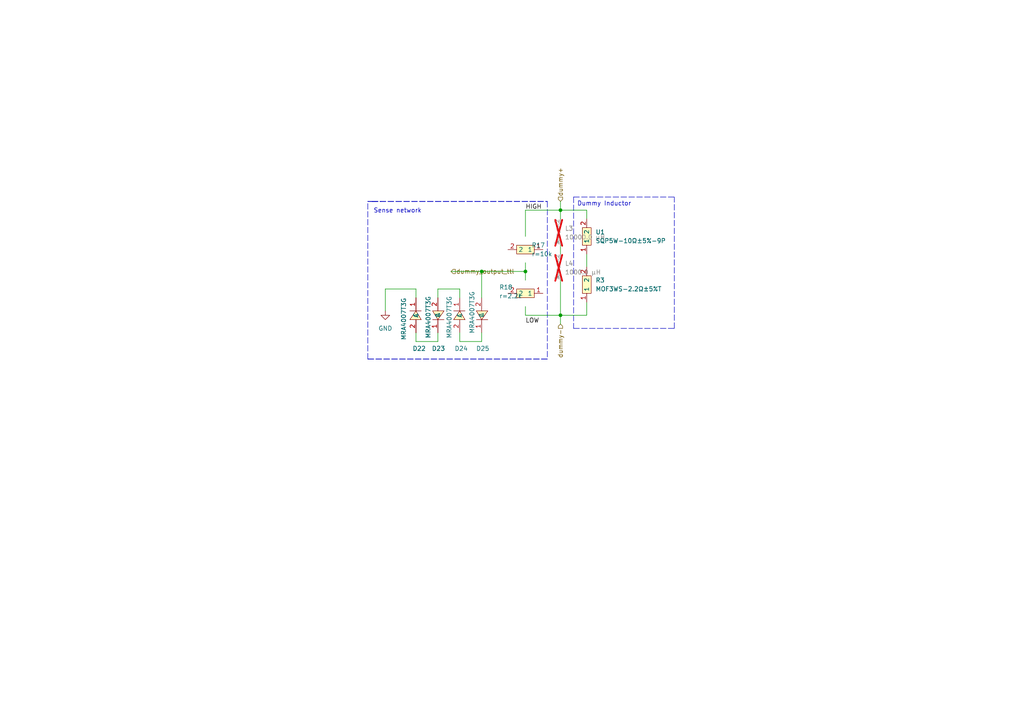
<source format=kicad_sch>
(kicad_sch (version 20250114) (generator "eeschema") (generator_version "9.0")
  (paper "A4")
  (lib_symbols
    (symbol "EasyEDA:CRCW060310K0FKEC"
      (property "Reference" "R" (at 0 5.08 0))
      (property "Value" "CRCW060310K0FKEC" (at 0 -5.08 0))
      (symbol "CRCW060310K0FKEC_0_1"
        (rectangle (start -2.54 1.27) (end 2.54 -1.27) (fill (type background)))
        (pin unspecified line (at -5.08 0 0) (length 2.54) (name "1") (number "1"))
        (pin unspecified line (at 5.08 0 180) (length 2.54) (name "2") (number "2"))
      )
    )
    (symbol "EasyEDA:MOF3WS-2.2Ω±5%T"
      (property "Reference" "R" (at 0 5.08 0))
      (property "Value" "MOF3WS-2.2Ω±5%T" (at 0 -5.08 0))
      (symbol "MOF3WS-2.2Ω±5%T_0_1"
        (rectangle (start -2.54 1.27) (end 2.54 -1.27) (fill (type background)))
        (pin unspecified line (at -5.08 0 0) (length 2.54) (name "1") (number "1"))
        (pin unspecified line (at 5.08 0 180) (length 2.54) (name "2") (number "2"))
      )
    )
    (symbol "EasyEDA:MRA4007T3G"
      (property "Reference" "D" (at 0 5.08 0))
      (property "Value" "MRA4007T3G" (at 0 -5.08 0))
      (symbol "MRA4007T3G_0_1"
        (polyline (pts (xy -1.27 -1.78) (xy -1.27 1.52)))
        (polyline (pts (xy 1.27 1.52) (xy -1.27 0) (xy 1.27 -1.78) (xy 1.27 1.52)) (fill (type background)))
        (pin unspecified line (at -5.08 0 0) (length 3.81) (name "C") (number "1"))
        (pin unspecified line (at 5.08 0 180) (length 3.81) (name "A") (number "2"))
      )
    )
    (symbol "EasyEDA:SQP5W-10Ω±5%-9P"
      (property "Reference" "U" (at 0 5.08 0))
      (property "Value" "SQP5W-10Ω±5%-9P" (at 0 -5.08 0))
      (symbol "SQP5W-10Ω±5%-9P_0_1"
        (rectangle (start -2.54 1.27) (end 2.54 -1.27) (fill (type background)))
        (pin unspecified line (at -5.08 0 0) (length 2.54) (name "1") (number "1"))
        (pin unspecified line (at 5.08 0 180) (length 2.54) (name "2") (number "2"))
      )
    )
    (symbol "Inductor_Wurth_WE-TI:1014_7447480102" (pin_names (hide yes))
      (property "Reference" "L" (at 0 5.08 0))
      (property "Critical Parameter" "1000.0 µH" (at 0 -7.62 0))
      (symbol "1014_7447480102_0_1"
        (polyline (pts (xy -2.54 1.016) (xy -0.508 1.016)))
        (arc (start -2.54 0) (mid -1.905 0.6323) (end -1.27 0))
        (arc (start -1.27 0) (mid -0.635 0.6323) (end 0 0))
        (arc (start 0 0) (mid 0.635 0.6323) (end 1.27 0))
        (arc (start 1.27 0) (mid 1.905 0.6323) (end 2.54 0))
      )
      (symbol "1014_7447480102_1_1"
        (circle (center -2.794 0.762) (radius 0.0001) (stroke (width 0.381)))
        (polyline (pts (xy 2.54 1.016) (xy 0.508 1.016)))
        (pin passive line (at -3.81 0 0) (length 1.27) (name "1") (number "1"))
        (pin passive line (at 3.81 0 180) (length 1.27) (name "2") (number "2"))
      )
    )
    (symbol "Inductor_Wurth_WE-TI:1016_7447221103" (pin_names (hide yes))
      (property "Reference" "L" (at 0 5.08 0))
      (property "Critical Parameter" "10000.0 µH" (at 0 -7.62 0))
      (symbol "1016_7447221103_0_1"
        (polyline (pts (xy -2.54 1.016) (xy -0.508 1.016)))
        (arc (start -2.54 0) (mid -1.905 0.6323) (end -1.27 0))
        (arc (start -1.27 0) (mid -0.635 0.6323) (end 0 0))
        (arc (start 0 0) (mid 0.635 0.6323) (end 1.27 0))
        (arc (start 1.27 0) (mid 1.905 0.6323) (end 2.54 0))
      )
      (symbol "1016_7447221103_1_1"
        (circle (center -2.794 0.762) (radius 0.0001) (stroke (width 0.381)))
        (polyline (pts (xy 2.54 1.016) (xy 0.508 1.016)))
        (pin passive line (at -3.81 0 0) (length 1.27) (name "1") (number "1"))
        (pin passive line (at 3.81 0 180) (length 1.27) (name "2") (number "2"))
      )
    )
    (symbol "power:GND" (power) (pin_numbers (hide yes)) (pin_names (offset 0) (hide yes))
      (property "Value" "GND" (at 0 -3.81 0))
      (symbol "GND_0_1"
        (polyline (pts (xy 0 0) (xy 0 -1.27) (xy 1.27 -1.27) (xy 0 -2.54) (xy -1.27 -1.27) (xy 0 -1.27)))
      )
      (symbol "GND_1_1"
        (pin power_in line (at 0 0 270) (length 0) (name "~") (number "1"))
      )
    )
  )
  (text "Dummy Inductor\n" (at 175.26 59.182 0) (effects (font (size 1.27 1.27))))
  (text "Sense network\n" (at 115.316 61.214 0) (effects (font (size 1.27 1.27))))
  (junction (at 162.56 91.44))
  (junction (at 139.7 78.74))
  (junction (at 152.4 78.74))
  (junction (at 162.56 60.96))
  (polyline (pts (xy 106.68 104.14) (xy 106.68 58.42)) (stroke (width 0) (type dash)))
  (wire (pts (xy 127 96.52) (xy 127 99.06)))
  (polyline (pts (xy 195.58 95.25) (xy 195.58 57.15)) (stroke (width 0) (type dash)))
  (wire (pts (xy 152.4 60.96) (xy 162.56 60.96)))
  (wire (pts (xy 162.56 91.44) (xy 162.56 93.98)))
  (wire (pts (xy 111.76 83.82) (xy 120.65 83.82)))
  (wire (pts (xy 162.56 71.12) (xy 162.56 73.66)))
  (wire (pts (xy 170.18 91.44) (xy 170.18 87.63)))
  (polyline (pts (xy 106.68 58.42) (xy 107.95 58.42)) (stroke (width 0) (type dash)))
  (wire (pts (xy 120.65 83.82) (xy 120.65 86.36)))
  (wire (pts (xy 152.4 76.2) (xy 152.4 78.74)))
  (wire (pts (xy 133.35 86.36) (xy 133.35 83.82)))
  (polyline (pts (xy 107.95 58.42) (xy 158.75 58.42)) (stroke (width 0) (type dash)))
  (wire (pts (xy 152.4 91.44) (xy 162.56 91.44)))
  (polyline (pts (xy 158.75 58.42) (xy 158.75 104.14)) (stroke (width 0) (type dash)))
  (wire (pts (xy 162.56 81.28) (xy 162.56 91.44)))
  (wire (pts (xy 170.18 73.66) (xy 170.18 77.47)))
  (polyline (pts (xy 107.95 58.42) (xy 110.49 58.42)) (stroke (width 0) (type dash)))
  (wire (pts (xy 139.7 78.74) (xy 139.7 86.36)))
  (wire (pts (xy 139.7 96.52) (xy 139.7 99.06)))
  (polyline (pts (xy 106.68 104.14) (xy 158.75 104.14)) (stroke (width 0) (type dash)))
  (wire (pts (xy 139.7 99.06) (xy 133.35 99.06)))
  (wire (pts (xy 120.65 96.52) (xy 120.65 99.06)))
  (polyline (pts (xy 166.37 57.15) (xy 195.58 57.15)) (stroke (width 0) (type dash)))
  (wire (pts (xy 162.56 58.42) (xy 162.56 60.96)))
  (wire (pts (xy 133.35 99.06) (xy 133.35 96.52)))
  (polyline (pts (xy 107.95 58.42) (xy 158.75 58.42)) (stroke (width 0) (type dash)))
  (wire (pts (xy 139.7 78.74) (xy 130.81 78.74)))
  (wire (pts (xy 133.35 83.82) (xy 127 83.82)))
  (wire (pts (xy 152.4 60.96) (xy 152.4 68.58)))
  (polyline (pts (xy 158.75 104.14) (xy 106.68 104.14)) (stroke (width 0) (type dash)))
  (wire (pts (xy 162.56 60.96) (xy 162.56 63.5)))
  (wire (pts (xy 127 83.82) (xy 127 86.36)))
  (wire (pts (xy 152.4 78.74) (xy 152.4 81.28)))
  (wire (pts (xy 162.56 91.44) (xy 170.18 91.44)))
  (polyline (pts (xy 106.68 58.42) (xy 107.95 58.42)) (stroke (width 0) (type dash)))
  (wire (pts (xy 111.76 90.17) (xy 111.76 83.82)))
  (wire (pts (xy 170.18 60.96) (xy 170.18 63.5)))
  (polyline (pts (xy 166.37 57.15) (xy 166.37 95.25)) (stroke (width 0) (type dash)))
  (polyline (pts (xy 166.37 95.25) (xy 195.58 95.25)) (stroke (width 0) (type dash)))
  (wire (pts (xy 127 99.06) (xy 120.65 99.06)))
  (wire (pts (xy 152.4 88.9) (xy 152.4 91.44)))
  (wire (pts (xy 139.7 78.74) (xy 152.4 78.74)))
  (wire (pts (xy 162.56 60.96) (xy 170.18 60.96)))
  (label "LOW" (at 152.4 93.98 0))
  (label "HIGH" (at 152.4 60.96 0))
  (hierarchical_label "dummy-" (shape input) (at 162.56 93.98 270))
  (hierarchical_label "dummy+" (shape input) (at 162.56 58.42 90))
  (hierarchical_label "dummy_output_ttl" (shape input) (at 130.81 78.74 0))
  (symbol (lib_id "Inductor_Wurth_WE-TI:1014_7447480102") (at 162.56 77.47 90) (unit 1) (exclude_from_sim yes) (in_bom no) (on_board no) (dnp yes)
    (property "Reference" "L4" (at 163.83 76.4222 90) (effects (justify right)))
    (property "Value" "1014_7447480102" (effects (hide yes)))
    (property "Footprint" "Inductor_THT_Wurth:L_Wurth_WE-TI-1014" (effects (hide yes)))
    (property "Datasheet" "https://www.we-online.com/catalog/datasheet/7447480102.pdf?ki" (effects (hide yes)))
    (property "Description" "Unshielded Radial Leaded Wire Wound Inductor" (effects (hide yes)))
    (property "Manufacturer" "Wurth Elektronik" (effects (hide yes)))
    (property "Manufacturer URL" "https://www.we-online.com" (effects (hide yes)))
    (property "Published Date" "20250214" (effects (hide yes)))
    (property "Match Code" "WE-TI" (effects (hide yes)))
    (property "Part Number" "7447480102" (effects (hide yes)))
    (property "Size" "1014" (effects (hide yes)))
    (property "Mounting Technology" "THT" (effects (hide yes)))
    (property "L (µH)" "1000.0" (effects (hide yes)))
    (property "IR (A)" "0.8" (effects (hide yes)))
    (property "ISAT (A)" "0.8" (effects (hide yes)))
    (property "RDC max. (Ω)" "1.15" (effects (hide yes)))
    (property "fres (MHz)" "1.1" (effects (hide yes)))
    (property "Version" "Standard" (effects (hide yes)))
    (property "Critical Parameter" "1000.0 µH" (at 163.83 78.9622 90) (effects (justify right)))
    (instances (project "injector_PH_driver" (path "" (reference "L4") (unit 1)) (path "" (reference "L8") (unit 1))))
  )
  (symbol (lib_id "Inductor_Wurth_WE-TI:1016_7447221103") (at 162.56 67.31 90) (unit 1) (exclude_from_sim yes) (in_bom no) (on_board no) (dnp yes)
    (property "Reference" "L3" (at 163.83 66.2622 90) (effects (justify right)))
    (property "Value" "1016_7447221103" (effects (hide yes)))
    (property "Footprint" "Inductor_THT_Wurth:L_Wurth_WE-TI-1016" (effects (hide yes)))
    (property "Datasheet" "https://www.we-online.com/catalog/datasheet/7447221103.pdf?ki" (effects (hide yes)))
    (property "Description" "Unshielded Radial Leaded Wire Wound Inductor" (effects (hide yes)))
    (property "Manufacturer" "Wurth Elektronik" (effects (hide yes)))
    (property "Manufacturer URL" "https://www.we-online.com" (effects (hide yes)))
    (property "Published Date" "20250214" (effects (hide yes)))
    (property "Match Code" "WE-TI" (effects (hide yes)))
    (property "Part Number" "7447221103" (effects (hide yes)))
    (property "Size" "1016" (effects (hide yes)))
    (property "Mounting Technology" "THT" (effects (hide yes)))
    (property "L (µH)" "10000.0" (effects (hide yes)))
    (property "IR (A)" "0.23" (effects (hide yes)))
    (property "ISAT (A)" "0.29" (effects (hide yes)))
    (property "RDC max. (Ω)" "9.7" (effects (hide yes)))
    (property "fres (MHz)" "0.26" (effects (hide yes)))
    (property "Version" "Heat Shrinking Tube" (effects (hide yes)))
    (property "Critical Parameter" "10000.0 µH" (at 163.83 68.8022 90) (effects (justify right)))
    (instances (project "injector_PH_driver" (path "" (reference "L3") (unit 1)) (path "" (reference "L7") (unit 1))))
  )
  (symbol (lib_id "EasyEDA:SQP5W-10Ω±5%-9P") (at 170.18 68.58 90) (unit 1)
    (property "Reference" "U1" (at 172.72 67.3099 90) (effects (justify right)))
    (property "Value" "SQP5W-10Ω±5%-9P" (at 172.72 69.8499 90) (effects (justify right)))
    (property "Footprint" "EasyEDA:RES-TH_L22.0-W10.0-P26.00-D1.0" (effects (hide yes)))
    (property "LCSC Part" "C5808012" (effects (hide yes)))
    (instances (project "injector_PH_driver" (path "" (reference "U1") (unit 1)) (path "" (reference "U2") (unit 1))))
  )
  (symbol (lib_id "EasyEDA:MOF3WS-2.2Ω±5%T") (at 170.18 82.55 90) (unit 1)
    (property "Reference" "R3" (at 172.72 81.2799 90) (effects (justify right)))
    (property "Value" "MOF3WS-2.2Ω±5%T" (at 172.72 83.8199 90) (effects (justify right)))
    (property "Footprint" "EasyEDA:RES-TH_BD6.0-L17.5-P21.50-D0.7" (effects (hide yes)))
    (property "LCSC Part" "C714427" (effects (hide yes)))
    (instances (project "injector_PH_driver" (path "" (reference "R3") (unit 1)) (path "" (reference "R4") (unit 1))))
  )
  (symbol (lib_id "EasyEDA:MRA4007T3G") (at 133.35 91.44 270) (unit 1)
    (property "Reference" "D24" (at 131.826 101.092 90) (effects (justify left)))
    (property "Value" "MRA4007T3G" (at 130.302 85.852 0) (effects (justify left)))
    (property "Footprint" "EasyEDA:SMA_L4.3-W2.6-LS5.2-RD" (effects (hide yes)))
    (property "Datasheet" "https://lcsc.com/product-detail/Diodes-General-Purpose_ON_MRA4007T3G_MRA4007T3G_C47921.html" (effects (hide yes)))
    (property "LCSC Part" "C47921" (effects (hide yes)))
    (instances (project "injector_PH_driver" (path "" (reference "D24") (unit 1)) (path "" (reference "D32") (unit 1))))
  )
  (symbol (lib_id "EasyEDA:MRA4007T3G") (at 120.65 91.44 270) (unit 1)
    (property "Reference" "D22" (at 119.634 101.092 90) (effects (justify left)))
    (property "Value" "MRA4007T3G" (at 117.094 86.36 0) (effects (justify left)))
    (property "Footprint" "EasyEDA:SMA_L4.3-W2.6-LS5.2-RD" (effects (hide yes)))
    (property "Datasheet" "https://lcsc.com/product-detail/Diodes-General-Purpose_ON_MRA4007T3G_MRA4007T3G_C47921.html" (effects (hide yes)))
    (property "LCSC Part" "C47921" (effects (hide yes)))
    (instances (project "injector_PH_driver" (path "" (reference "D22") (unit 1)) (path "" (reference "D30") (unit 1))))
  )
  (symbol (lib_id "EasyEDA:MRA4007T3G") (at 127 91.44 90) (unit 1)
    (property "Reference" "D23" (at 125.222 101.092 90) (effects (justify right)))
    (property "Value" "MRA4007T3G" (at 124.206 85.852 0) (effects (justify right)))
    (property "Footprint" "EasyEDA:SMA_L4.3-W2.6-LS5.2-RD" (effects (hide yes)))
    (property "Datasheet" "https://lcsc.com/product-detail/Diodes-General-Purpose_ON_MRA4007T3G_MRA4007T3G_C47921.html" (effects (hide yes)))
    (property "LCSC Part" "C47921" (effects (hide yes)))
    (instances (project "injector_PH_driver" (path "" (reference "D23") (unit 1)) (path "" (reference "D31") (unit 1))))
  )
  (symbol (lib_id "EasyEDA:MRA4007T3G") (at 139.7 91.44 90) (unit 1)
    (property "Reference" "D25" (at 141.986 101.092 90) (effects (justify left)))
    (property "Value" "MRA4007T3G" (at 136.906 96.774 0) (effects (justify left)))
    (property "Footprint" "EasyEDA:SMA_L4.3-W2.6-LS5.2-RD" (effects (hide yes)))
    (property "Datasheet" "https://lcsc.com/product-detail/Diodes-General-Purpose_ON_MRA4007T3G_MRA4007T3G_C47921.html" (effects (hide yes)))
    (property "LCSC Part" "C47921" (effects (hide yes)))
    (instances (project "injector_PH_driver" (path "" (reference "D25") (unit 1)) (path "" (reference "D33") (unit 1))))
  )
  (symbol (lib_id "EasyEDA:CRCW060310K0FKEC") (at 152.4 72.39 180) (unit 1)
    (property "Reference" "R17" (at 154.178 71.12 0) (effects (justify right)))
    (property "Value" "${SIM.PARAMS}" (at 154.178 73.66 0) (effects (justify right)))
    (property "Footprint" "EasyEDA:R0603" (effects (hide yes)))
    (property "Description" "Resistor" (effects (hide yes)))
    (property "Sim.Device" "R" (effects (hide yes)))
    (property "Sim.Type" "=" (effects (hide yes)))
    (property "Sim.Params" "r=10k" (effects (hide yes)))
    (property "Sim.Pins" "1=- 2=+" (effects (hide yes)))
    (property "LCSC Part" "C843841" (effects (hide yes)))
    (instances (project "injector_PH_driver" (path "" (reference "R17") (unit 1)) (path "" (reference "R23") (unit 1))))
  )
  (symbol (lib_id "EasyEDA:CRCW060310K0FKEC") (at 152.4 85.09 180) (unit 1)
    (property "Reference" "R18" (at 144.78 83.312 0) (effects (justify right)))
    (property "Value" "${SIM.PARAMS}" (at 144.78 85.852 0) (effects (justify right)))
    (property "Footprint" "EasyEDA:R0603" (effects (hide yes)))
    (property "Description" "Resistor" (effects (hide yes)))
    (property "Sim.Device" "R" (effects (hide yes)))
    (property "Sim.Type" "=" (effects (hide yes)))
    (property "Sim.Params" "r=2.2k" (effects (hide yes)))
    (property "Sim.Pins" "1=- 2=+" (effects (hide yes)))
    (property "LCSC Part" "C843841" (effects (hide yes)))
    (instances (project "injector_PH_driver" (path "" (reference "R18") (unit 1)) (path "" (reference "R24") (unit 1))))
  )
  (symbol (lib_id "power:GND") (at 111.76 90.17 0) (unit 1)
    (property "Reference" "#PWR040" (effects (hide yes)))
    (property "Value" "GND" (at 111.76 95.25 0))
    (property "Description" "Power symbol creates a global label with name \"GND\" , ground" (effects (hide yes)))
    (instances (project "injector_PH_driver" (path "" (reference "#PWR040") (unit 1)) (path "" (reference "#PWR042") (unit 1))))
  )
)
</source>
